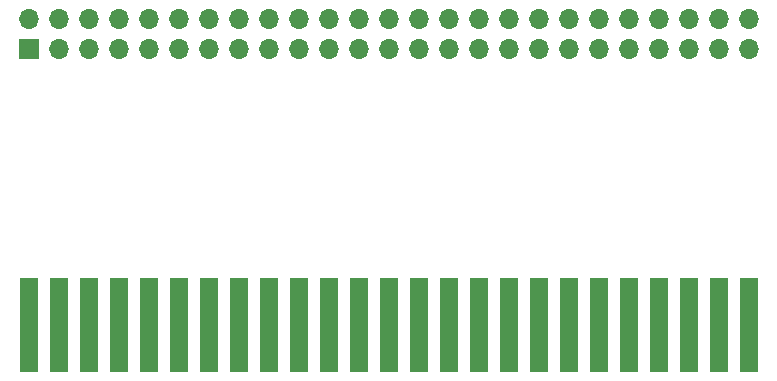
<source format=gbr>
%TF.GenerationSoftware,KiCad,Pcbnew,8.0.2-1*%
%TF.CreationDate,2024-07-05T22:00:38-03:00*%
%TF.ProjectId,msx-simple-proto,6d73782d-7369-46d7-906c-652d70726f74,0.1*%
%TF.SameCoordinates,Original*%
%TF.FileFunction,Soldermask,Bot*%
%TF.FilePolarity,Negative*%
%FSLAX46Y46*%
G04 Gerber Fmt 4.6, Leading zero omitted, Abs format (unit mm)*
G04 Created by KiCad (PCBNEW 8.0.2-1) date 2024-07-05 22:00:38*
%MOMM*%
%LPD*%
G01*
G04 APERTURE LIST*
%ADD10R,1.500000X8.000000*%
%ADD11O,1.700000X1.700000*%
%ADD12R,1.700000X1.700000*%
G04 APERTURE END LIST*
D10*
%TO.C,CART1*%
X188492025Y-129867202D03*
X185952025Y-129867202D03*
X183412025Y-129867202D03*
X180872025Y-129867202D03*
X178332025Y-129867202D03*
X175792025Y-129867202D03*
X173252025Y-129867202D03*
X170712025Y-129867202D03*
X168172025Y-129867202D03*
X165632025Y-129867202D03*
X163092025Y-129867202D03*
X160552025Y-129867202D03*
X158012025Y-129867202D03*
X155472025Y-129867202D03*
X152932025Y-129867202D03*
X150392025Y-129867202D03*
X147852025Y-129867202D03*
X145312025Y-129867202D03*
X142772025Y-129867202D03*
X140232025Y-129867202D03*
X137692025Y-129867202D03*
X135152025Y-129867202D03*
X132612025Y-129867202D03*
X130072025Y-129867202D03*
X127532025Y-129867202D03*
%TD*%
D11*
%TO.C,CONN1*%
X188492000Y-104000000D03*
X188492000Y-106540000D03*
X185952000Y-104000000D03*
X185952000Y-106540000D03*
X183412000Y-104000000D03*
X183412000Y-106540000D03*
X180872000Y-104000000D03*
X180872000Y-106540000D03*
X178332000Y-104000000D03*
X178332000Y-106540000D03*
X175792000Y-104000000D03*
X175792000Y-106540000D03*
X173252000Y-104000000D03*
X173252000Y-106540000D03*
X170712000Y-104000000D03*
X170712000Y-106540000D03*
X168172000Y-104000000D03*
X168172000Y-106540000D03*
X165632000Y-104000000D03*
X165632000Y-106540000D03*
X163092000Y-104000000D03*
X163092000Y-106540000D03*
X160552000Y-104000000D03*
X160552000Y-106540000D03*
X158012000Y-104000000D03*
X158012000Y-106540000D03*
X155472000Y-104000000D03*
X155472000Y-106540000D03*
X152932000Y-104000000D03*
X152932000Y-106540000D03*
X150392000Y-104000000D03*
X150392000Y-106540000D03*
X147852000Y-104000000D03*
X147852000Y-106540000D03*
X145312000Y-104000000D03*
X145312000Y-106540000D03*
X142772000Y-104000000D03*
X142772000Y-106540000D03*
X140232000Y-104000000D03*
X140232000Y-106540000D03*
X137692000Y-104000000D03*
X137692000Y-106540000D03*
X135152000Y-104000000D03*
X135152000Y-106540000D03*
X132612000Y-104000000D03*
X132612000Y-106540000D03*
X130072000Y-104000000D03*
X130072000Y-106540000D03*
X127532000Y-104000000D03*
D12*
X127532000Y-106540000D03*
%TD*%
M02*

</source>
